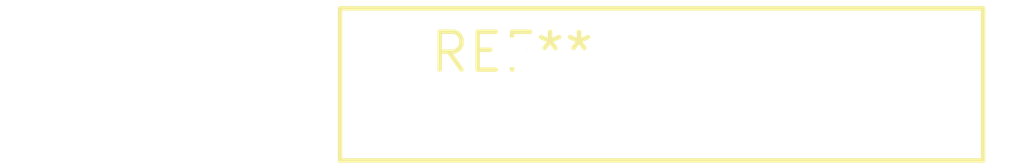
<source format=kicad_pcb>
(kicad_pcb (version 20240108) (generator pcbnew)
  (layers (0 "F.Cu" signal) (31 "B.Cu" signal) (34 "B.Paste" user) (35 "F.Paste" user) (36 "B.SilkS" user "B.Silkscreen") (37 "F.SilkS" user "F.Silkscreen") (38 "B.Mask" user) (39 "F.Mask" user) (44 "Edge.Cuts" user))
  (net 0 "")
  (footprint "RV_Disc_D21.5mm_W5.1mm_P10mm" (layer "F.Cu") (at 0 0)
    (property "Reference" "REF**")
    (property "Value" "RV_Disc_D21.5mm_W5.1mm_P10mm")
    (fp_line (start -5.75 -1.475) (end -5.75 3.625) (layer "F.SilkS") (stroke (width 0.15)))
    (fp_line (start -5.75 -1.475) (end 15.75 -1.475) (layer "F.SilkS") (stroke (width 0.15)))
    (fp_line (start -5.75 3.625) (end 15.75 3.625) (layer "F.SilkS") (stroke (width 0.15)))
    (fp_line (start 15.75 -1.475) (end 15.75 3.625) (layer "F.SilkS") (stroke (width 0.15)))
    (pad "1" thru_hole circle (at 0 0) (size 2 2) (drill 1) (layers *.Cu *.Mask) (remove_unused_layers))
    (pad "2" thru_hole circle (at 10 2.15) (size 2 2) (drill 1) (layers *.Cu *.Mask) (remove_unused_layers))
  )
)
</source>
